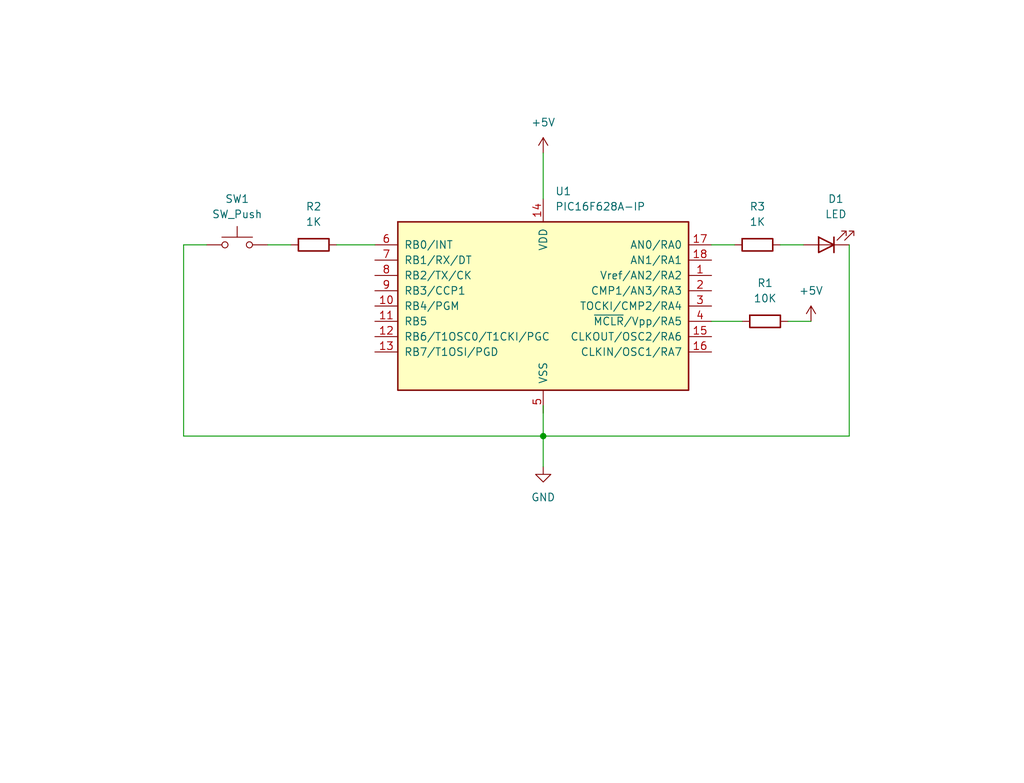
<source format=kicad_sch>
(kicad_sch (version 20230121) (generator eeschema)
  (paper "User" 170.002 129.997)
  (title_block (title "PIC16F628A for Beginners - 1") (company "Ricardo Lima Caratti") (comment 1 "A minimalist project with PIC16F628A, push button and interrupt. "))
  (lib_symbols
    (symbol "Device:LED" (pin_numbers hide) (pin_names (offset 1.016) hide)
      (property "Reference" "D" (at 0 2.54 0))
      (property "Value" "LED" (at 0 -2.54 0))
      (symbol "LED_0_1"
        (polyline (pts (xy -1.27 -1.27) (xy -1.27 1.27)) (stroke (width 0.254)))
        (polyline (pts (xy -1.27 0) (xy 1.27 0)))
        (polyline (pts (xy 1.27 -1.27) (xy 1.27 1.27) (xy -1.27 0) (xy 1.27 -1.27)) (stroke (width 0.254)))
        (polyline (pts (xy -3.048 -0.762) (xy -4.572 -2.286) (xy -3.81 -2.286) (xy -4.572 -2.286) (xy -4.572 -1.524)))
        (polyline (pts (xy -1.778 -0.762) (xy -3.302 -2.286) (xy -2.54 -2.286) (xy -3.302 -2.286) (xy -3.302 -1.524)))
      )
      (symbol "LED_1_1"
        (pin passive line (at -3.81 0 0) (length 2.54) (name "K") (number "1"))
        (pin passive line (at 3.81 0 180) (length 2.54) (name "A") (number "2"))
      )
    )
    (symbol "Device:R" (pin_numbers hide) (pin_names (offset 0))
      (property "Reference" "R" (at 2.032 0 90))
      (property "Value" "R" (at 0 0 90))
      (symbol "R_0_1"
        (rectangle (start -1.016 -2.54) (end 1.016 2.54) (stroke (width 0.254)))
      )
      (symbol "R_1_1"
        (pin passive line (at 0 3.81 270) (length 1.27) (name "~") (number "1"))
        (pin passive line (at 0 -3.81 90) (length 1.27) (name "~") (number "2"))
      )
    )
    (symbol "MCU_Microchip_PIC16:PIC16F628A-IP" (pin_names (offset 1.016))
      (property "Reference" "U" (at -24.13 17.78 0))
      (property "Value" "PIC16F628A-IP" (at -24.13 15.24 0))
      (symbol "PIC16F628A-IP_0_1"
        (rectangle (start 24.13 13.97) (end -24.13 -13.97) (stroke (width 0.254)) (fill (type background)))
      )
      (symbol "PIC16F628A-IP_1_1"
        (pin bidirectional line (at 27.94 5.08 180) (length 3.81) (name "Vref/AN2/RA2") (number "1"))
        (pin bidirectional line (at -27.94 0 0) (length 3.81) (name "RB4/PGM") (number "10"))
        (pin bidirectional line (at -27.94 -2.54 0) (length 3.81) (name "RB5") (number "11"))
        (pin bidirectional line (at -27.94 -5.08 0) (length 3.81) (name "RB6/T1OSC0/T1CKI/PGC") (number "12"))
        (pin bidirectional line (at -27.94 -7.62 0) (length 3.81) (name "RB7/T1OSI/PGD") (number "13"))
        (pin power_in line (at 0 17.78 270) (length 3.81) (name "VDD") (number "14"))
        (pin bidirectional line (at 27.94 -5.08 180) (length 3.81) (name "CLKOUT/OSC2/RA6") (number "15"))
        (pin bidirectional line (at 27.94 -7.62 180) (length 3.81) (name "CLKIN/OSC1/RA7") (number "16"))
        (pin bidirectional line (at 27.94 10.16 180) (length 3.81) (name "AN0/RA0") (number "17"))
        (pin bidirectional line (at 27.94 7.62 180) (length 3.81) (name "AN1/RA1") (number "18"))
        (pin bidirectional line (at 27.94 2.54 180) (length 3.81) (name "CMP1/AN3/RA3") (number "2"))
        (pin bidirectional line (at 27.94 0 180) (length 3.81) (name "TOCKI/CMP2/RA4") (number "3"))
        (pin input line (at 27.94 -2.54 180) (length 3.81) (name "~{MCLR}/Vpp/RA5") (number "4"))
        (pin power_in line (at 0 -17.78 90) (length 3.81) (name "VSS") (number "5"))
        (pin bidirectional line (at -27.94 10.16 0) (length 3.81) (name "RB0/INT") (number "6"))
        (pin bidirectional line (at -27.94 7.62 0) (length 3.81) (name "RB1/RX/DT") (number "7"))
        (pin bidirectional line (at -27.94 5.08 0) (length 3.81) (name "RB2/TX/CK") (number "8"))
        (pin bidirectional line (at -27.94 2.54 0) (length 3.81) (name "RB3/CCP1") (number "9"))
      )
    )
    (symbol "Switch:SW_Push" (pin_numbers hide) (pin_names (offset 1.016) hide)
      (property "Reference" "SW" (at 1.27 2.54 0))
      (property "Value" "SW_Push" (at 0 -1.524 0))
      (symbol "SW_Push_0_1"
        (circle (center -2.032 0) (radius 0.508))
        (polyline (pts (xy 0 1.27) (xy 0 3.048)))
        (polyline (pts (xy 2.54 1.27) (xy -2.54 1.27)))
        (circle (center 2.032 0) (radius 0.508))
        (pin passive line (at -5.08 0 0) (length 2.54) (name "1") (number "1"))
        (pin passive line (at 5.08 0 180) (length 2.54) (name "2") (number "2"))
      )
    )
    (symbol "power:+5V" (power) (pin_names (offset 0))
      (property "Value" "+5V" (at 0 3.556 0))
      (symbol "+5V_0_1"
        (polyline (pts (xy -0.762 1.27) (xy 0 2.54)))
        (polyline (pts (xy 0 0) (xy 0 2.54)))
        (polyline (pts (xy 0 2.54) (xy 0.762 1.27)))
      )
      (symbol "+5V_1_1"
        (pin power_in line (at 0 0 90) (length 0) hide (name "+5V") (number "1"))
      )
    )
    (symbol "power:GND" (power) (pin_names (offset 0))
      (property "Value" "GND" (at 0 -3.81 0))
      (symbol "GND_0_1"
        (polyline (pts (xy 0 0) (xy 0 -1.27) (xy 1.27 -1.27) (xy 0 -2.54) (xy -1.27 -1.27) (xy 0 -1.27)))
      )
      (symbol "GND_1_1"
        (pin power_in line (at 0 0 270) (length 0) hide (name "GND") (number "1"))
      )
    )
  )
  (junction (at 90.17 72.39))
  (wire (pts (xy 30.48 72.39) (xy 90.17 72.39)))
  (wire (pts (xy 118.11 40.64) (xy 121.92 40.64)))
  (wire (pts (xy 55.88 40.64) (xy 62.23 40.64)))
  (wire (pts (xy 90.17 25.4) (xy 90.17 33.02)))
  (wire (pts (xy 34.29 40.64) (xy 30.48 40.64)))
  (wire (pts (xy 90.17 72.39) (xy 90.17 77.47)))
  (wire (pts (xy 90.17 67.31) (xy 90.17 72.39)))
  (wire (pts (xy 129.54 40.64) (xy 133.35 40.64)))
  (wire (pts (xy 140.97 40.64) (xy 140.97 72.39)))
  (wire (pts (xy 44.45 40.64) (xy 48.26 40.64)))
  (wire (pts (xy 30.48 40.64) (xy 30.48 72.39)))
  (wire (pts (xy 140.97 72.39) (xy 90.17 72.39)))
  (wire (pts (xy 130.81 53.34) (xy 134.62 53.34)))
  (wire (pts (xy 118.11 53.34) (xy 123.19 53.34)))
  (symbol (lib_id "Switch:SW_Push") (at 39.37 40.64 0) (unit 1)
    (property "Reference" "SW1" (at 39.37 33.02 0))
    (property "Value" "SW_Push" (at 39.37 35.56 0))
  )
  (symbol (lib_id "power:+5V") (at 90.17 25.4 0) (unit 1)
    (property "Reference" "#PWR01" (effects hide))
    (property "Value" "+5V" (at 90.17 20.32 0))
  )
  (symbol (lib_id "Device:R") (at 127 53.34 90) (unit 1)
    (property "Reference" "R1" (at 127 46.99 90))
    (property "Value" "10K" (at 127 49.53 90))
  )
  (symbol (lib_id "power:+5V") (at 134.62 53.34 0) (unit 1)
    (property "Reference" "#PWR04" (effects hide))
    (property "Value" "+5V" (at 134.62 48.26 0))
  )
  (symbol (lib_id "Device:R") (at 52.07 40.64 90) (unit 1)
    (property "Reference" "R2" (at 52.07 34.29 90))
    (property "Value" "1K" (at 52.07 36.83 90))
  )
  (symbol (lib_id "Device:R") (at 125.73 40.64 90) (unit 1)
    (property "Reference" "R3" (at 125.73 34.29 90))
    (property "Value" "1K" (at 125.73 36.83 90))
  )
  (symbol (lib_id "Device:LED") (at 137.16 40.64 180) (unit 1)
    (property "Reference" "D1" (at 138.7475 33.02 0))
    (property "Value" "LED" (at 138.7475 35.56 0))
  )
  (symbol (lib_id "power:GND") (at 90.17 77.47 0) (unit 1)
    (property "Reference" "#PWR02" (effects hide))
    (property "Value" "GND" (at 90.17 82.55 0))
  )
  (symbol (lib_id "MCU_Microchip_PIC16:PIC16F628A-IP") (at 90.17 50.8 0) (unit 1)
    (property "Reference" "U1" (at 92.1259 31.75 0) (effects (justify left)))
    (property "Value" "PIC16F628A-IP" (at 92.1259 34.29 0) (effects (justify left)))
    (property "Datasheet" "http://ww1.microchip.com/downloads/en/DeviceDoc/40300c.pdf" (effects hide))
  )
)
</source>
